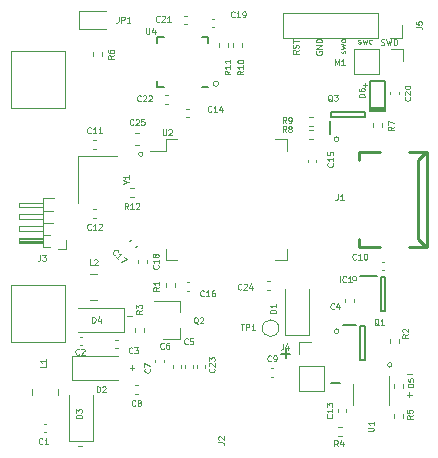
<source format=gbr>
%TF.GenerationSoftware,KiCad,Pcbnew,5.1.9-73d0e3b20d~88~ubuntu20.04.1*%
%TF.CreationDate,2021-02-04T03:58:01+01:00*%
%TF.ProjectId,MorphWatch-STM32,4d6f7270-6857-4617-9463-682d53544d33,rev?*%
%TF.SameCoordinates,Original*%
%TF.FileFunction,Legend,Top*%
%TF.FilePolarity,Positive*%
%FSLAX46Y46*%
G04 Gerber Fmt 4.6, Leading zero omitted, Abs format (unit mm)*
G04 Created by KiCad (PCBNEW 5.1.9-73d0e3b20d~88~ubuntu20.04.1) date 2021-02-04 03:58:01*
%MOMM*%
%LPD*%
G01*
G04 APERTURE LIST*
%ADD10C,0.125000*%
%ADD11C,0.150000*%
%ADD12C,0.120000*%
%ADD13C,0.254000*%
%ADD14C,0.200000*%
%ADD15C,0.152000*%
G04 APERTURE END LIST*
D10*
X147320023Y-74076714D02*
X147700976Y-74076714D01*
X147510500Y-74267190D02*
X147510500Y-73886238D01*
X123190023Y-104655928D02*
X123570976Y-104655928D01*
X127381023Y-93606928D02*
X127761976Y-93606928D01*
X127571523Y-98016214D02*
X127952476Y-98016214D01*
X127762000Y-98206690D02*
X127762000Y-97825738D01*
X151066523Y-100302214D02*
X151447476Y-100302214D01*
X151257000Y-100492690D02*
X151257000Y-100111738D01*
X151066523Y-98587714D02*
X151447476Y-98587714D01*
D11*
X144653047Y-99321928D02*
X145414952Y-99321928D01*
X140398547Y-96845428D02*
X141160452Y-96845428D01*
X140779500Y-97226380D02*
X140779500Y-96464476D01*
D12*
X146812000Y-90487500D02*
G75*
G03*
X146812000Y-90487500I-190500J0D01*
G01*
X145288000Y-94932500D02*
G75*
G03*
X145288000Y-94932500I-190500J0D01*
G01*
X149796500Y-97790000D02*
G75*
G03*
X149796500Y-97790000I-190500J0D01*
G01*
X145298305Y-78676500D02*
G75*
G03*
X145298305Y-78676500I-200805J0D01*
G01*
X135102953Y-73977500D02*
G75*
G03*
X135102953Y-73977500I-228953J0D01*
G01*
X128714500Y-79946500D02*
G75*
G03*
X128714500Y-79946500I-190500J0D01*
G01*
D10*
X148863928Y-70687380D02*
X148935357Y-70711190D01*
X149054404Y-70711190D01*
X149102023Y-70687380D01*
X149125833Y-70663571D01*
X149149642Y-70615952D01*
X149149642Y-70568333D01*
X149125833Y-70520714D01*
X149102023Y-70496904D01*
X149054404Y-70473095D01*
X148959166Y-70449285D01*
X148911547Y-70425476D01*
X148887738Y-70401666D01*
X148863928Y-70354047D01*
X148863928Y-70306428D01*
X148887738Y-70258809D01*
X148911547Y-70235000D01*
X148959166Y-70211190D01*
X149078214Y-70211190D01*
X149149642Y-70235000D01*
X149316309Y-70211190D02*
X149435357Y-70711190D01*
X149530595Y-70354047D01*
X149625833Y-70711190D01*
X149744880Y-70211190D01*
X149935357Y-70711190D02*
X149935357Y-70211190D01*
X150054404Y-70211190D01*
X150125833Y-70235000D01*
X150173452Y-70282619D01*
X150197261Y-70330238D01*
X150221071Y-70425476D01*
X150221071Y-70496904D01*
X150197261Y-70592142D01*
X150173452Y-70639761D01*
X150125833Y-70687380D01*
X150054404Y-70711190D01*
X149935357Y-70711190D01*
X146927166Y-70560380D02*
X146974785Y-70584190D01*
X147070023Y-70584190D01*
X147117642Y-70560380D01*
X147141452Y-70512761D01*
X147141452Y-70488952D01*
X147117642Y-70441333D01*
X147070023Y-70417523D01*
X146998595Y-70417523D01*
X146950976Y-70393714D01*
X146927166Y-70346095D01*
X146927166Y-70322285D01*
X146950976Y-70274666D01*
X146998595Y-70250857D01*
X147070023Y-70250857D01*
X147117642Y-70274666D01*
X147308119Y-70250857D02*
X147403357Y-70584190D01*
X147498595Y-70346095D01*
X147593833Y-70584190D01*
X147689071Y-70250857D01*
X148093833Y-70560380D02*
X148046214Y-70584190D01*
X147950976Y-70584190D01*
X147903357Y-70560380D01*
X147879547Y-70536571D01*
X147855738Y-70488952D01*
X147855738Y-70346095D01*
X147879547Y-70298476D01*
X147903357Y-70274666D01*
X147950976Y-70250857D01*
X148046214Y-70250857D01*
X148093833Y-70274666D01*
X145807880Y-71397738D02*
X145831690Y-71350119D01*
X145831690Y-71254880D01*
X145807880Y-71207261D01*
X145760261Y-71183452D01*
X145736452Y-71183452D01*
X145688833Y-71207261D01*
X145665023Y-71254880D01*
X145665023Y-71326309D01*
X145641214Y-71373928D01*
X145593595Y-71397738D01*
X145569785Y-71397738D01*
X145522166Y-71373928D01*
X145498357Y-71326309D01*
X145498357Y-71254880D01*
X145522166Y-71207261D01*
X145498357Y-71016785D02*
X145831690Y-70921547D01*
X145593595Y-70826309D01*
X145831690Y-70731071D01*
X145498357Y-70635833D01*
X145831690Y-70373928D02*
X145807880Y-70421547D01*
X145784071Y-70445357D01*
X145736452Y-70469166D01*
X145593595Y-70469166D01*
X145545976Y-70445357D01*
X145522166Y-70421547D01*
X145498357Y-70373928D01*
X145498357Y-70302500D01*
X145522166Y-70254880D01*
X145545976Y-70231071D01*
X145593595Y-70207261D01*
X145736452Y-70207261D01*
X145784071Y-70231071D01*
X145807880Y-70254880D01*
X145831690Y-70302500D01*
X145831690Y-70373928D01*
X143387000Y-71246952D02*
X143363190Y-71294571D01*
X143363190Y-71366000D01*
X143387000Y-71437428D01*
X143434619Y-71485047D01*
X143482238Y-71508857D01*
X143577476Y-71532666D01*
X143648904Y-71532666D01*
X143744142Y-71508857D01*
X143791761Y-71485047D01*
X143839380Y-71437428D01*
X143863190Y-71366000D01*
X143863190Y-71318380D01*
X143839380Y-71246952D01*
X143815571Y-71223142D01*
X143648904Y-71223142D01*
X143648904Y-71318380D01*
X143863190Y-71008857D02*
X143363190Y-71008857D01*
X143863190Y-70723142D01*
X143363190Y-70723142D01*
X143863190Y-70485047D02*
X143363190Y-70485047D01*
X143363190Y-70366000D01*
X143387000Y-70294571D01*
X143434619Y-70246952D01*
X143482238Y-70223142D01*
X143577476Y-70199333D01*
X143648904Y-70199333D01*
X143744142Y-70223142D01*
X143791761Y-70246952D01*
X143839380Y-70294571D01*
X143863190Y-70366000D01*
X143863190Y-70485047D01*
X141894690Y-71139809D02*
X141656595Y-71306476D01*
X141894690Y-71425523D02*
X141394690Y-71425523D01*
X141394690Y-71235047D01*
X141418500Y-71187428D01*
X141442309Y-71163619D01*
X141489928Y-71139809D01*
X141561357Y-71139809D01*
X141608976Y-71163619D01*
X141632785Y-71187428D01*
X141656595Y-71235047D01*
X141656595Y-71425523D01*
X141870880Y-70949333D02*
X141894690Y-70877904D01*
X141894690Y-70758857D01*
X141870880Y-70711238D01*
X141847071Y-70687428D01*
X141799452Y-70663619D01*
X141751833Y-70663619D01*
X141704214Y-70687428D01*
X141680404Y-70711238D01*
X141656595Y-70758857D01*
X141632785Y-70854095D01*
X141608976Y-70901714D01*
X141585166Y-70925523D01*
X141537547Y-70949333D01*
X141489928Y-70949333D01*
X141442309Y-70925523D01*
X141418500Y-70901714D01*
X141394690Y-70854095D01*
X141394690Y-70735047D01*
X141418500Y-70663619D01*
X141394690Y-70520761D02*
X141394690Y-70235047D01*
X141894690Y-70377904D02*
X141394690Y-70377904D01*
D12*
%TO.C,C11*%
X124507164Y-79481000D02*
X124722836Y-79481000D01*
X124507164Y-78761000D02*
X124722836Y-78761000D01*
%TO.C,J4*%
X141878500Y-95841000D02*
X142938500Y-95841000D01*
X141878500Y-96901000D02*
X141878500Y-95841000D01*
X141878500Y-97901000D02*
X143998500Y-97901000D01*
X143998500Y-97901000D02*
X143998500Y-99961000D01*
X141878500Y-97901000D02*
X141878500Y-99961000D01*
X141878500Y-99961000D02*
X143998500Y-99961000D01*
%TO.C,C13*%
X145902000Y-101555664D02*
X145902000Y-101771336D01*
X145182000Y-101555664D02*
X145182000Y-101771336D01*
%TO.C,J3*%
X120854000Y-87809000D02*
X120229000Y-87809000D01*
X120229000Y-87809000D02*
X120229000Y-83689000D01*
X120229000Y-83689000D02*
X121144507Y-83689000D01*
X120229000Y-87459000D02*
X118229000Y-87459000D01*
X118229000Y-87459000D02*
X118229000Y-87039000D01*
X118229000Y-87039000D02*
X120229000Y-87039000D01*
X120229000Y-87399000D02*
X118229000Y-87399000D01*
X120229000Y-87279000D02*
X118229000Y-87279000D01*
X120229000Y-87159000D02*
X118229000Y-87159000D01*
X120854000Y-86749000D02*
X120229000Y-86749000D01*
X120229000Y-86459000D02*
X118229000Y-86459000D01*
X118229000Y-86459000D02*
X118229000Y-86039000D01*
X118229000Y-86039000D02*
X120229000Y-86039000D01*
X121070785Y-85749000D02*
X120229000Y-85749000D01*
X120229000Y-85459000D02*
X118229000Y-85459000D01*
X118229000Y-85459000D02*
X118229000Y-85039000D01*
X118229000Y-85039000D02*
X120229000Y-85039000D01*
X121070785Y-84749000D02*
X120229000Y-84749000D01*
X120229000Y-84459000D02*
X118229000Y-84459000D01*
X118229000Y-84459000D02*
X118229000Y-84039000D01*
X118229000Y-84039000D02*
X120229000Y-84039000D01*
X122224000Y-87249000D02*
X122224000Y-87934000D01*
X122224000Y-87934000D02*
X121539000Y-87934000D01*
%TO.C,J5*%
X148606000Y-67964500D02*
X148606000Y-70084500D01*
X148606000Y-67964500D02*
X140546000Y-67964500D01*
X140546000Y-67964500D02*
X140546000Y-70084500D01*
X148606000Y-70084500D02*
X140546000Y-70084500D01*
X150666000Y-70084500D02*
X149606000Y-70084500D01*
X150666000Y-69024500D02*
X150666000Y-70084500D01*
%TO.C,C22*%
X130790836Y-75671000D02*
X130575164Y-75671000D01*
X130790836Y-74951000D02*
X130575164Y-74951000D01*
%TO.C,C21*%
X132198164Y-68220000D02*
X132413836Y-68220000D01*
X132198164Y-68940000D02*
X132413836Y-68940000D01*
%TO.C,C8*%
X128250836Y-100245500D02*
X128035164Y-100245500D01*
X128250836Y-99525500D02*
X128035164Y-99525500D01*
%TO.C,R12*%
X127913641Y-83565000D02*
X127606359Y-83565000D01*
X127913641Y-82805000D02*
X127606359Y-82805000D01*
%TO.C,C23*%
X133244000Y-97809164D02*
X133244000Y-98024836D01*
X133964000Y-97809164D02*
X133964000Y-98024836D01*
%TO.C,C19*%
X134512164Y-69194000D02*
X134727836Y-69194000D01*
X134512164Y-68474000D02*
X134727836Y-68474000D01*
%TO.C,C18*%
X128291000Y-88919164D02*
X128291000Y-89134836D01*
X129011000Y-88919164D02*
X129011000Y-89134836D01*
%TO.C,C17*%
X127710693Y-87172190D02*
X127558190Y-87324693D01*
X128219810Y-87681307D02*
X128067307Y-87833810D01*
%TO.C,C16*%
X132632336Y-90800600D02*
X132416664Y-90800600D01*
X132632336Y-91520600D02*
X132416664Y-91520600D01*
%TO.C,C15*%
X142642000Y-80410164D02*
X142642000Y-80625836D01*
X143362000Y-80410164D02*
X143362000Y-80625836D01*
%TO.C,C14*%
X132381164Y-76814000D02*
X132596836Y-76814000D01*
X132381164Y-76094000D02*
X132596836Y-76094000D01*
%TO.C,C12*%
X124722836Y-84603000D02*
X124507164Y-84603000D01*
X124722836Y-85323000D02*
X124507164Y-85323000D01*
%TO.C,C10*%
X149142336Y-89048000D02*
X148926664Y-89048000D01*
X149142336Y-89768000D02*
X148926664Y-89768000D01*
%TO.C,C9*%
X139528664Y-98785000D02*
X139744336Y-98785000D01*
X139528664Y-98065000D02*
X139744336Y-98065000D01*
%TO.C,C7*%
X130471500Y-97580336D02*
X130471500Y-97364664D01*
X129751500Y-97580336D02*
X129751500Y-97364664D01*
%TO.C,C6*%
X131932000Y-98024836D02*
X131932000Y-97809164D01*
X131212000Y-98024836D02*
X131212000Y-97809164D01*
%TO.C,C5*%
X132948000Y-98024836D02*
X132948000Y-97809164D01*
X132228000Y-98024836D02*
X132228000Y-97809164D01*
%TO.C,C4*%
X146537000Y-92436836D02*
X146537000Y-92221164D01*
X145817000Y-92436836D02*
X145817000Y-92221164D01*
%TO.C,C3*%
X126356164Y-96372000D02*
X126571836Y-96372000D01*
X126356164Y-95652000D02*
X126571836Y-95652000D01*
%TO.C,C2*%
X123551836Y-95398000D02*
X123336164Y-95398000D01*
X123551836Y-96118000D02*
X123336164Y-96118000D01*
%TO.C,C1*%
X120288164Y-103484000D02*
X120503836Y-103484000D01*
X120288164Y-102764000D02*
X120503836Y-102764000D01*
D13*
%TO.C,J1*%
X151217000Y-79790000D02*
X152720000Y-79790000D01*
X146970000Y-79790000D02*
X148747000Y-79790000D01*
X151217000Y-87790000D02*
X152699000Y-87790000D01*
X146970000Y-87790000D02*
X148747000Y-87790000D01*
X146970000Y-87134000D02*
X146970000Y-87790000D01*
X146970000Y-79790000D02*
X146970000Y-80446000D01*
X152600000Y-87760000D02*
X152010000Y-87170000D01*
X152699000Y-87760000D02*
X152600000Y-87760000D01*
X152600000Y-79810000D02*
X152010000Y-80400000D01*
X152720000Y-79810000D02*
X152600000Y-79810000D01*
X152010000Y-80400000D02*
X152010000Y-87170000D01*
X152720000Y-79790000D02*
X152720000Y-87790000D01*
D11*
%TO.C,D6*%
X149225000Y-76200000D02*
X149225000Y-76327000D01*
X149225000Y-76327000D02*
X147955000Y-76327000D01*
X147955000Y-76327000D02*
X147955000Y-76200000D01*
X149225000Y-76073000D02*
X149225000Y-76200000D01*
X149225000Y-76200000D02*
X147955000Y-76200000D01*
X147955000Y-76200000D02*
X147955000Y-76073000D01*
X147955000Y-76073000D02*
X147955000Y-73787000D01*
X147955000Y-73787000D02*
X149225000Y-73787000D01*
X149225000Y-73787000D02*
X149225000Y-76073000D01*
X149225000Y-76073000D02*
X147955000Y-76073000D01*
D12*
%TO.C,Y1*%
X123230000Y-80085000D02*
X123230000Y-84085000D01*
X126530000Y-80085000D02*
X123230000Y-80085000D01*
D11*
%TO.C,U4*%
X129930000Y-74286000D02*
X130455000Y-74286000D01*
X129930000Y-69986000D02*
X130455000Y-69986000D01*
X134230000Y-69986000D02*
X133705000Y-69986000D01*
X134230000Y-74286000D02*
X133705000Y-74286000D01*
X129930000Y-69986000D02*
X129930000Y-70511000D01*
X134230000Y-69986000D02*
X134230000Y-70511000D01*
X129930000Y-74286000D02*
X129930000Y-73761000D01*
D12*
%TO.C,U2*%
X130639600Y-79649200D02*
X129299600Y-79649200D01*
X130639600Y-78699200D02*
X130639600Y-79649200D01*
X131589600Y-78699200D02*
X130639600Y-78699200D01*
X140859600Y-78699200D02*
X140859600Y-79649200D01*
X139909600Y-78699200D02*
X140859600Y-78699200D01*
X130639600Y-88919200D02*
X130639600Y-87969200D01*
X131589600Y-88919200D02*
X130639600Y-88919200D01*
X140859600Y-88919200D02*
X140859600Y-87969200D01*
X139909600Y-88919200D02*
X140859600Y-88919200D01*
%TO.C,U1*%
X149528500Y-101146500D02*
X149528500Y-98716500D01*
X146458500Y-99386500D02*
X146458500Y-101146500D01*
%TO.C,TP1*%
X140209500Y-94678500D02*
G75*
G03*
X140209500Y-94678500I-700000J0D01*
G01*
%TO.C,S2*%
X122146000Y-76050000D02*
X117546000Y-76050000D01*
X117546000Y-76050000D02*
X117546000Y-71250000D01*
X117546000Y-71250000D02*
X122146000Y-71250000D01*
X122146000Y-71250000D02*
X122146000Y-76050000D01*
%TO.C,S1*%
X122146000Y-95862000D02*
X117546000Y-95862000D01*
X117546000Y-95862000D02*
X117546000Y-91062000D01*
X117546000Y-91062000D02*
X122146000Y-91062000D01*
X122146000Y-91062000D02*
X122146000Y-95862000D01*
%TO.C,R11*%
X135889000Y-70869121D02*
X135889000Y-70533879D01*
X135129000Y-70869121D02*
X135129000Y-70533879D01*
%TO.C,R10*%
X137095500Y-70843121D02*
X137095500Y-70507879D01*
X136335500Y-70843121D02*
X136335500Y-70507879D01*
%TO.C,R9*%
X142796879Y-77596000D02*
X143132121Y-77596000D01*
X142796879Y-76836000D02*
X143132121Y-76836000D01*
%TO.C,R8*%
X143132121Y-77915500D02*
X142796879Y-77915500D01*
X143132121Y-78675500D02*
X142796879Y-78675500D01*
%TO.C,R7*%
X148210000Y-77302379D02*
X148210000Y-77637621D01*
X148970000Y-77302379D02*
X148970000Y-77637621D01*
%TO.C,R6*%
X124461000Y-71333379D02*
X124461000Y-71668621D01*
X125221000Y-71333379D02*
X125221000Y-71668621D01*
%TO.C,R5*%
X150748000Y-102275621D02*
X150748000Y-101940379D01*
X149988000Y-102275621D02*
X149988000Y-101940379D01*
%TO.C,R4*%
X145519121Y-103061500D02*
X145183879Y-103061500D01*
X145519121Y-103821500D02*
X145183879Y-103821500D01*
%TO.C,R3*%
X128017000Y-94637879D02*
X128017000Y-94973121D01*
X128777000Y-94637879D02*
X128777000Y-94973121D01*
%TO.C,R2*%
X150367000Y-95925621D02*
X150367000Y-95590379D01*
X149607000Y-95925621D02*
X149607000Y-95590379D01*
%TO.C,R1*%
X130620500Y-90891379D02*
X130620500Y-91226621D01*
X131380500Y-90891379D02*
X131380500Y-91226621D01*
D14*
%TO.C,Q3*%
X144600000Y-76781000D02*
X144600000Y-76381000D01*
X144600000Y-76381000D02*
X147500000Y-76381000D01*
X147500000Y-76381000D02*
X147500000Y-76781000D01*
X147500000Y-76781000D02*
X144600000Y-76781000D01*
X144550000Y-78231000D02*
X144550000Y-77131000D01*
D12*
%TO.C,Q2*%
X131824000Y-95560000D02*
X130364000Y-95560000D01*
X131824000Y-92400000D02*
X129664000Y-92400000D01*
X131824000Y-92400000D02*
X131824000Y-93330000D01*
X131824000Y-95560000D02*
X131824000Y-94630000D01*
D14*
%TO.C,Q1*%
X147120000Y-94498500D02*
X147520000Y-94498500D01*
X147520000Y-94498500D02*
X147520000Y-97398500D01*
X147520000Y-97398500D02*
X147120000Y-97398500D01*
X147120000Y-97398500D02*
X147120000Y-94498500D01*
X145670000Y-94448500D02*
X146770000Y-94448500D01*
D12*
%TO.C,M1*%
X146609500Y-71012500D02*
X146609500Y-73132500D01*
X148669500Y-71012500D02*
X146609500Y-71012500D01*
X148669500Y-73132500D02*
X146609500Y-73132500D01*
X148669500Y-71012500D02*
X148669500Y-73132500D01*
X149669500Y-71012500D02*
X150729500Y-71012500D01*
X150729500Y-71012500D02*
X150729500Y-72072500D01*
%TO.C,L2*%
X124257748Y-92296000D02*
X124780252Y-92296000D01*
X124257748Y-90076000D02*
X124780252Y-90076000D01*
%TO.C,L1*%
X121506000Y-100337252D02*
X121506000Y-99814748D01*
X119286000Y-100337252D02*
X119286000Y-99814748D01*
%TO.C,JP1*%
X123254500Y-69315000D02*
X125539500Y-69315000D01*
X123254500Y-67845000D02*
X123254500Y-69315000D01*
X125539500Y-67845000D02*
X123254500Y-67845000D01*
D14*
%TO.C,IC1*%
X148834500Y-90307500D02*
X149234500Y-90307500D01*
X149234500Y-90307500D02*
X149234500Y-93207500D01*
X149234500Y-93207500D02*
X148834500Y-93207500D01*
X148834500Y-93207500D02*
X148834500Y-90307500D01*
X147084500Y-90257500D02*
X148484500Y-90257500D01*
D12*
%TO.C,D5*%
X149988000Y-99400379D02*
X149988000Y-99735621D01*
X150748000Y-99400379D02*
X150748000Y-99735621D01*
%TO.C,D4*%
X127092000Y-94980000D02*
X123192000Y-94980000D01*
X127092000Y-92980000D02*
X123192000Y-92980000D01*
X127092000Y-94980000D02*
X127092000Y-92980000D01*
%TO.C,D3*%
X122444000Y-104232000D02*
X122444000Y-100332000D01*
X124444000Y-104232000D02*
X124444000Y-100332000D01*
X122444000Y-104232000D02*
X124444000Y-104232000D01*
%TO.C,D2*%
X122718000Y-97044000D02*
X126618000Y-97044000D01*
X122718000Y-99044000D02*
X126618000Y-99044000D01*
X122718000Y-97044000D02*
X122718000Y-99044000D01*
%TO.C,D1*%
X140732000Y-95277500D02*
X140732000Y-91377500D01*
X142732000Y-95277500D02*
X142732000Y-91377500D01*
X140732000Y-95277500D02*
X142732000Y-95277500D01*
%TO.C,C24*%
X139426836Y-90724400D02*
X139211164Y-90724400D01*
X139426836Y-91444400D02*
X139211164Y-91444400D01*
%TO.C,C25*%
X128065920Y-79186500D02*
X128347080Y-79186500D01*
X128065920Y-78166500D02*
X128347080Y-78166500D01*
%TO.C,C20*%
X150347000Y-74882836D02*
X150347000Y-74667164D01*
X149627000Y-74882836D02*
X149627000Y-74667164D01*
%TO.C,C11*%
D10*
X124293571Y-78139571D02*
X124269761Y-78163380D01*
X124198333Y-78187190D01*
X124150714Y-78187190D01*
X124079285Y-78163380D01*
X124031666Y-78115761D01*
X124007857Y-78068142D01*
X123984047Y-77972904D01*
X123984047Y-77901476D01*
X124007857Y-77806238D01*
X124031666Y-77758619D01*
X124079285Y-77711000D01*
X124150714Y-77687190D01*
X124198333Y-77687190D01*
X124269761Y-77711000D01*
X124293571Y-77734809D01*
X124769761Y-78187190D02*
X124484047Y-78187190D01*
X124626904Y-78187190D02*
X124626904Y-77687190D01*
X124579285Y-77758619D01*
X124531666Y-77806238D01*
X124484047Y-77830047D01*
X125245952Y-78187190D02*
X124960238Y-78187190D01*
X125103095Y-78187190D02*
X125103095Y-77687190D01*
X125055476Y-77758619D01*
X125007857Y-77806238D01*
X124960238Y-77830047D01*
D11*
%TO.C,J4*%
D10*
X140549333Y-95992190D02*
X140549333Y-96349333D01*
X140525523Y-96420761D01*
X140477904Y-96468380D01*
X140406476Y-96492190D01*
X140358857Y-96492190D01*
X141001714Y-96158857D02*
X141001714Y-96492190D01*
X140882666Y-95968380D02*
X140763619Y-96325523D01*
X141073142Y-96325523D01*
D11*
%TO.C,C13*%
D10*
X144704571Y-101984928D02*
X144728380Y-102008738D01*
X144752190Y-102080166D01*
X144752190Y-102127785D01*
X144728380Y-102199214D01*
X144680761Y-102246833D01*
X144633142Y-102270642D01*
X144537904Y-102294452D01*
X144466476Y-102294452D01*
X144371238Y-102270642D01*
X144323619Y-102246833D01*
X144276000Y-102199214D01*
X144252190Y-102127785D01*
X144252190Y-102080166D01*
X144276000Y-102008738D01*
X144299809Y-101984928D01*
X144752190Y-101508738D02*
X144752190Y-101794452D01*
X144752190Y-101651595D02*
X144252190Y-101651595D01*
X144323619Y-101699214D01*
X144371238Y-101746833D01*
X144395047Y-101794452D01*
X144252190Y-101342071D02*
X144252190Y-101032547D01*
X144442666Y-101199214D01*
X144442666Y-101127785D01*
X144466476Y-101080166D01*
X144490285Y-101056357D01*
X144537904Y-101032547D01*
X144656952Y-101032547D01*
X144704571Y-101056357D01*
X144728380Y-101080166D01*
X144752190Y-101127785D01*
X144752190Y-101270642D01*
X144728380Y-101318261D01*
X144704571Y-101342071D01*
D11*
%TO.C,J3*%
D10*
X119997333Y-88475190D02*
X119997333Y-88832333D01*
X119973523Y-88903761D01*
X119925904Y-88951380D01*
X119854476Y-88975190D01*
X119806857Y-88975190D01*
X120187809Y-88475190D02*
X120497333Y-88475190D01*
X120330666Y-88665666D01*
X120402095Y-88665666D01*
X120449714Y-88689476D01*
X120473523Y-88713285D01*
X120497333Y-88760904D01*
X120497333Y-88879952D01*
X120473523Y-88927571D01*
X120449714Y-88951380D01*
X120402095Y-88975190D01*
X120259238Y-88975190D01*
X120211619Y-88951380D01*
X120187809Y-88927571D01*
D11*
%TO.C,J5*%
D10*
X151832190Y-69191166D02*
X152189333Y-69191166D01*
X152260761Y-69214976D01*
X152308380Y-69262595D01*
X152332190Y-69334023D01*
X152332190Y-69381642D01*
X151832190Y-68714976D02*
X151832190Y-68953071D01*
X152070285Y-68976880D01*
X152046476Y-68953071D01*
X152022666Y-68905452D01*
X152022666Y-68786404D01*
X152046476Y-68738785D01*
X152070285Y-68714976D01*
X152117904Y-68691166D01*
X152236952Y-68691166D01*
X152284571Y-68714976D01*
X152308380Y-68738785D01*
X152332190Y-68786404D01*
X152332190Y-68905452D01*
X152308380Y-68953071D01*
X152284571Y-68976880D01*
D11*
%TO.C,C22*%
D10*
X128520071Y-75426071D02*
X128496261Y-75449880D01*
X128424833Y-75473690D01*
X128377214Y-75473690D01*
X128305785Y-75449880D01*
X128258166Y-75402261D01*
X128234357Y-75354642D01*
X128210547Y-75259404D01*
X128210547Y-75187976D01*
X128234357Y-75092738D01*
X128258166Y-75045119D01*
X128305785Y-74997500D01*
X128377214Y-74973690D01*
X128424833Y-74973690D01*
X128496261Y-74997500D01*
X128520071Y-75021309D01*
X128710547Y-75021309D02*
X128734357Y-74997500D01*
X128781976Y-74973690D01*
X128901023Y-74973690D01*
X128948642Y-74997500D01*
X128972452Y-75021309D01*
X128996261Y-75068928D01*
X128996261Y-75116547D01*
X128972452Y-75187976D01*
X128686738Y-75473690D01*
X128996261Y-75473690D01*
X129186738Y-75021309D02*
X129210547Y-74997500D01*
X129258166Y-74973690D01*
X129377214Y-74973690D01*
X129424833Y-74997500D01*
X129448642Y-75021309D01*
X129472452Y-75068928D01*
X129472452Y-75116547D01*
X129448642Y-75187976D01*
X129162928Y-75473690D01*
X129472452Y-75473690D01*
D11*
%TO.C,C21*%
D10*
X130107571Y-68695071D02*
X130083761Y-68718880D01*
X130012333Y-68742690D01*
X129964714Y-68742690D01*
X129893285Y-68718880D01*
X129845666Y-68671261D01*
X129821857Y-68623642D01*
X129798047Y-68528404D01*
X129798047Y-68456976D01*
X129821857Y-68361738D01*
X129845666Y-68314119D01*
X129893285Y-68266500D01*
X129964714Y-68242690D01*
X130012333Y-68242690D01*
X130083761Y-68266500D01*
X130107571Y-68290309D01*
X130298047Y-68290309D02*
X130321857Y-68266500D01*
X130369476Y-68242690D01*
X130488523Y-68242690D01*
X130536142Y-68266500D01*
X130559952Y-68290309D01*
X130583761Y-68337928D01*
X130583761Y-68385547D01*
X130559952Y-68456976D01*
X130274238Y-68742690D01*
X130583761Y-68742690D01*
X131059952Y-68742690D02*
X130774238Y-68742690D01*
X130917095Y-68742690D02*
X130917095Y-68242690D01*
X130869476Y-68314119D01*
X130821857Y-68361738D01*
X130774238Y-68385547D01*
D11*
%TO.C,C8*%
D10*
X128059666Y-101224071D02*
X128035857Y-101247880D01*
X127964428Y-101271690D01*
X127916809Y-101271690D01*
X127845380Y-101247880D01*
X127797761Y-101200261D01*
X127773952Y-101152642D01*
X127750142Y-101057404D01*
X127750142Y-100985976D01*
X127773952Y-100890738D01*
X127797761Y-100843119D01*
X127845380Y-100795500D01*
X127916809Y-100771690D01*
X127964428Y-100771690D01*
X128035857Y-100795500D01*
X128059666Y-100819309D01*
X128345380Y-100985976D02*
X128297761Y-100962166D01*
X128273952Y-100938357D01*
X128250142Y-100890738D01*
X128250142Y-100866928D01*
X128273952Y-100819309D01*
X128297761Y-100795500D01*
X128345380Y-100771690D01*
X128440619Y-100771690D01*
X128488238Y-100795500D01*
X128512047Y-100819309D01*
X128535857Y-100866928D01*
X128535857Y-100890738D01*
X128512047Y-100938357D01*
X128488238Y-100962166D01*
X128440619Y-100985976D01*
X128345380Y-100985976D01*
X128297761Y-101009785D01*
X128273952Y-101033595D01*
X128250142Y-101081214D01*
X128250142Y-101176452D01*
X128273952Y-101224071D01*
X128297761Y-101247880D01*
X128345380Y-101271690D01*
X128440619Y-101271690D01*
X128488238Y-101247880D01*
X128512047Y-101224071D01*
X128535857Y-101176452D01*
X128535857Y-101081214D01*
X128512047Y-101033595D01*
X128488238Y-101009785D01*
X128440619Y-100985976D01*
D11*
%TO.C,R12*%
D10*
X127438571Y-84581190D02*
X127271904Y-84343095D01*
X127152857Y-84581190D02*
X127152857Y-84081190D01*
X127343333Y-84081190D01*
X127390952Y-84105000D01*
X127414761Y-84128809D01*
X127438571Y-84176428D01*
X127438571Y-84247857D01*
X127414761Y-84295476D01*
X127390952Y-84319285D01*
X127343333Y-84343095D01*
X127152857Y-84343095D01*
X127914761Y-84581190D02*
X127629047Y-84581190D01*
X127771904Y-84581190D02*
X127771904Y-84081190D01*
X127724285Y-84152619D01*
X127676666Y-84200238D01*
X127629047Y-84224047D01*
X128105238Y-84128809D02*
X128129047Y-84105000D01*
X128176666Y-84081190D01*
X128295714Y-84081190D01*
X128343333Y-84105000D01*
X128367142Y-84128809D01*
X128390952Y-84176428D01*
X128390952Y-84224047D01*
X128367142Y-84295476D01*
X128081428Y-84581190D01*
X128390952Y-84581190D01*
D11*
%TO.C,C23*%
D10*
X134735071Y-98111428D02*
X134758880Y-98135238D01*
X134782690Y-98206666D01*
X134782690Y-98254285D01*
X134758880Y-98325714D01*
X134711261Y-98373333D01*
X134663642Y-98397142D01*
X134568404Y-98420952D01*
X134496976Y-98420952D01*
X134401738Y-98397142D01*
X134354119Y-98373333D01*
X134306500Y-98325714D01*
X134282690Y-98254285D01*
X134282690Y-98206666D01*
X134306500Y-98135238D01*
X134330309Y-98111428D01*
X134330309Y-97920952D02*
X134306500Y-97897142D01*
X134282690Y-97849523D01*
X134282690Y-97730476D01*
X134306500Y-97682857D01*
X134330309Y-97659047D01*
X134377928Y-97635238D01*
X134425547Y-97635238D01*
X134496976Y-97659047D01*
X134782690Y-97944761D01*
X134782690Y-97635238D01*
X134282690Y-97468571D02*
X134282690Y-97159047D01*
X134473166Y-97325714D01*
X134473166Y-97254285D01*
X134496976Y-97206666D01*
X134520785Y-97182857D01*
X134568404Y-97159047D01*
X134687452Y-97159047D01*
X134735071Y-97182857D01*
X134758880Y-97206666D01*
X134782690Y-97254285D01*
X134782690Y-97397142D01*
X134758880Y-97444761D01*
X134735071Y-97468571D01*
D11*
%TO.C,C19*%
D10*
X136457571Y-68314071D02*
X136433761Y-68337880D01*
X136362333Y-68361690D01*
X136314714Y-68361690D01*
X136243285Y-68337880D01*
X136195666Y-68290261D01*
X136171857Y-68242642D01*
X136148047Y-68147404D01*
X136148047Y-68075976D01*
X136171857Y-67980738D01*
X136195666Y-67933119D01*
X136243285Y-67885500D01*
X136314714Y-67861690D01*
X136362333Y-67861690D01*
X136433761Y-67885500D01*
X136457571Y-67909309D01*
X136933761Y-68361690D02*
X136648047Y-68361690D01*
X136790904Y-68361690D02*
X136790904Y-67861690D01*
X136743285Y-67933119D01*
X136695666Y-67980738D01*
X136648047Y-68004547D01*
X137171857Y-68361690D02*
X137267095Y-68361690D01*
X137314714Y-68337880D01*
X137338523Y-68314071D01*
X137386142Y-68242642D01*
X137409952Y-68147404D01*
X137409952Y-67956928D01*
X137386142Y-67909309D01*
X137362333Y-67885500D01*
X137314714Y-67861690D01*
X137219476Y-67861690D01*
X137171857Y-67885500D01*
X137148047Y-67909309D01*
X137124238Y-67956928D01*
X137124238Y-68075976D01*
X137148047Y-68123595D01*
X137171857Y-68147404D01*
X137219476Y-68171214D01*
X137314714Y-68171214D01*
X137362333Y-68147404D01*
X137386142Y-68123595D01*
X137409952Y-68075976D01*
D11*
%TO.C,C18*%
D10*
X129989571Y-89348428D02*
X130013380Y-89372238D01*
X130037190Y-89443666D01*
X130037190Y-89491285D01*
X130013380Y-89562714D01*
X129965761Y-89610333D01*
X129918142Y-89634142D01*
X129822904Y-89657952D01*
X129751476Y-89657952D01*
X129656238Y-89634142D01*
X129608619Y-89610333D01*
X129561000Y-89562714D01*
X129537190Y-89491285D01*
X129537190Y-89443666D01*
X129561000Y-89372238D01*
X129584809Y-89348428D01*
X130037190Y-88872238D02*
X130037190Y-89157952D01*
X130037190Y-89015095D02*
X129537190Y-89015095D01*
X129608619Y-89062714D01*
X129656238Y-89110333D01*
X129680047Y-89157952D01*
X129751476Y-88586523D02*
X129727666Y-88634142D01*
X129703857Y-88657952D01*
X129656238Y-88681761D01*
X129632428Y-88681761D01*
X129584809Y-88657952D01*
X129561000Y-88634142D01*
X129537190Y-88586523D01*
X129537190Y-88491285D01*
X129561000Y-88443666D01*
X129584809Y-88419857D01*
X129632428Y-88396047D01*
X129656238Y-88396047D01*
X129703857Y-88419857D01*
X129727666Y-88443666D01*
X129751476Y-88491285D01*
X129751476Y-88586523D01*
X129775285Y-88634142D01*
X129799095Y-88657952D01*
X129846714Y-88681761D01*
X129941952Y-88681761D01*
X129989571Y-88657952D01*
X130013380Y-88634142D01*
X130037190Y-88586523D01*
X130037190Y-88491285D01*
X130013380Y-88443666D01*
X129989571Y-88419857D01*
X129941952Y-88396047D01*
X129846714Y-88396047D01*
X129799095Y-88419857D01*
X129775285Y-88443666D01*
X129751476Y-88491285D01*
D11*
%TO.C,C17*%
D10*
X126328946Y-88481484D02*
X126295274Y-88481484D01*
X126227931Y-88447812D01*
X126194259Y-88414141D01*
X126160587Y-88346797D01*
X126160587Y-88279454D01*
X126177423Y-88228946D01*
X126227931Y-88144767D01*
X126278438Y-88094259D01*
X126362618Y-88043751D01*
X126413125Y-88026916D01*
X126480469Y-88026916D01*
X126547812Y-88060587D01*
X126581484Y-88094259D01*
X126615156Y-88161603D01*
X126615156Y-88195274D01*
X126631992Y-88851874D02*
X126429961Y-88649843D01*
X126530977Y-88750858D02*
X126884530Y-88397305D01*
X126800351Y-88414141D01*
X126733007Y-88414141D01*
X126682500Y-88397305D01*
X127103396Y-88616171D02*
X127339099Y-88851874D01*
X126834022Y-89053904D01*
D11*
%TO.C,C16*%
D10*
X133854071Y-91936071D02*
X133830261Y-91959880D01*
X133758833Y-91983690D01*
X133711214Y-91983690D01*
X133639785Y-91959880D01*
X133592166Y-91912261D01*
X133568357Y-91864642D01*
X133544547Y-91769404D01*
X133544547Y-91697976D01*
X133568357Y-91602738D01*
X133592166Y-91555119D01*
X133639785Y-91507500D01*
X133711214Y-91483690D01*
X133758833Y-91483690D01*
X133830261Y-91507500D01*
X133854071Y-91531309D01*
X134330261Y-91983690D02*
X134044547Y-91983690D01*
X134187404Y-91983690D02*
X134187404Y-91483690D01*
X134139785Y-91555119D01*
X134092166Y-91602738D01*
X134044547Y-91626547D01*
X134758833Y-91483690D02*
X134663595Y-91483690D01*
X134615976Y-91507500D01*
X134592166Y-91531309D01*
X134544547Y-91602738D01*
X134520738Y-91697976D01*
X134520738Y-91888452D01*
X134544547Y-91936071D01*
X134568357Y-91959880D01*
X134615976Y-91983690D01*
X134711214Y-91983690D01*
X134758833Y-91959880D01*
X134782642Y-91936071D01*
X134806452Y-91888452D01*
X134806452Y-91769404D01*
X134782642Y-91721785D01*
X134758833Y-91697976D01*
X134711214Y-91674166D01*
X134615976Y-91674166D01*
X134568357Y-91697976D01*
X134544547Y-91721785D01*
X134520738Y-91769404D01*
D11*
%TO.C,C15*%
D10*
X144768071Y-80712428D02*
X144791880Y-80736238D01*
X144815690Y-80807666D01*
X144815690Y-80855285D01*
X144791880Y-80926714D01*
X144744261Y-80974333D01*
X144696642Y-80998142D01*
X144601404Y-81021952D01*
X144529976Y-81021952D01*
X144434738Y-80998142D01*
X144387119Y-80974333D01*
X144339500Y-80926714D01*
X144315690Y-80855285D01*
X144315690Y-80807666D01*
X144339500Y-80736238D01*
X144363309Y-80712428D01*
X144815690Y-80236238D02*
X144815690Y-80521952D01*
X144815690Y-80379095D02*
X144315690Y-80379095D01*
X144387119Y-80426714D01*
X144434738Y-80474333D01*
X144458547Y-80521952D01*
X144315690Y-79783857D02*
X144315690Y-80021952D01*
X144553785Y-80045761D01*
X144529976Y-80021952D01*
X144506166Y-79974333D01*
X144506166Y-79855285D01*
X144529976Y-79807666D01*
X144553785Y-79783857D01*
X144601404Y-79760047D01*
X144720452Y-79760047D01*
X144768071Y-79783857D01*
X144791880Y-79807666D01*
X144815690Y-79855285D01*
X144815690Y-79974333D01*
X144791880Y-80021952D01*
X144768071Y-80045761D01*
D11*
%TO.C,C14*%
D10*
X134489071Y-76315071D02*
X134465261Y-76338880D01*
X134393833Y-76362690D01*
X134346214Y-76362690D01*
X134274785Y-76338880D01*
X134227166Y-76291261D01*
X134203357Y-76243642D01*
X134179547Y-76148404D01*
X134179547Y-76076976D01*
X134203357Y-75981738D01*
X134227166Y-75934119D01*
X134274785Y-75886500D01*
X134346214Y-75862690D01*
X134393833Y-75862690D01*
X134465261Y-75886500D01*
X134489071Y-75910309D01*
X134965261Y-76362690D02*
X134679547Y-76362690D01*
X134822404Y-76362690D02*
X134822404Y-75862690D01*
X134774785Y-75934119D01*
X134727166Y-75981738D01*
X134679547Y-76005547D01*
X135393833Y-76029357D02*
X135393833Y-76362690D01*
X135274785Y-75838880D02*
X135155738Y-76196023D01*
X135465261Y-76196023D01*
D11*
%TO.C,C12*%
D10*
X124293571Y-86301571D02*
X124269761Y-86325380D01*
X124198333Y-86349190D01*
X124150714Y-86349190D01*
X124079285Y-86325380D01*
X124031666Y-86277761D01*
X124007857Y-86230142D01*
X123984047Y-86134904D01*
X123984047Y-86063476D01*
X124007857Y-85968238D01*
X124031666Y-85920619D01*
X124079285Y-85873000D01*
X124150714Y-85849190D01*
X124198333Y-85849190D01*
X124269761Y-85873000D01*
X124293571Y-85896809D01*
X124769761Y-86349190D02*
X124484047Y-86349190D01*
X124626904Y-86349190D02*
X124626904Y-85849190D01*
X124579285Y-85920619D01*
X124531666Y-85968238D01*
X124484047Y-85992047D01*
X124960238Y-85896809D02*
X124984047Y-85873000D01*
X125031666Y-85849190D01*
X125150714Y-85849190D01*
X125198333Y-85873000D01*
X125222142Y-85896809D01*
X125245952Y-85944428D01*
X125245952Y-85992047D01*
X125222142Y-86063476D01*
X124936428Y-86349190D01*
X125245952Y-86349190D01*
D11*
%TO.C,C10*%
D10*
X146744571Y-88824571D02*
X146720761Y-88848380D01*
X146649333Y-88872190D01*
X146601714Y-88872190D01*
X146530285Y-88848380D01*
X146482666Y-88800761D01*
X146458857Y-88753142D01*
X146435047Y-88657904D01*
X146435047Y-88586476D01*
X146458857Y-88491238D01*
X146482666Y-88443619D01*
X146530285Y-88396000D01*
X146601714Y-88372190D01*
X146649333Y-88372190D01*
X146720761Y-88396000D01*
X146744571Y-88419809D01*
X147220761Y-88872190D02*
X146935047Y-88872190D01*
X147077904Y-88872190D02*
X147077904Y-88372190D01*
X147030285Y-88443619D01*
X146982666Y-88491238D01*
X146935047Y-88515047D01*
X147530285Y-88372190D02*
X147577904Y-88372190D01*
X147625523Y-88396000D01*
X147649333Y-88419809D01*
X147673142Y-88467428D01*
X147696952Y-88562666D01*
X147696952Y-88681714D01*
X147673142Y-88776952D01*
X147649333Y-88824571D01*
X147625523Y-88848380D01*
X147577904Y-88872190D01*
X147530285Y-88872190D01*
X147482666Y-88848380D01*
X147458857Y-88824571D01*
X147435047Y-88776952D01*
X147411238Y-88681714D01*
X147411238Y-88562666D01*
X147435047Y-88467428D01*
X147458857Y-88419809D01*
X147482666Y-88396000D01*
X147530285Y-88372190D01*
D11*
%TO.C,C9*%
D10*
X139553166Y-97443571D02*
X139529357Y-97467380D01*
X139457928Y-97491190D01*
X139410309Y-97491190D01*
X139338880Y-97467380D01*
X139291261Y-97419761D01*
X139267452Y-97372142D01*
X139243642Y-97276904D01*
X139243642Y-97205476D01*
X139267452Y-97110238D01*
X139291261Y-97062619D01*
X139338880Y-97015000D01*
X139410309Y-96991190D01*
X139457928Y-96991190D01*
X139529357Y-97015000D01*
X139553166Y-97038809D01*
X139791261Y-97491190D02*
X139886500Y-97491190D01*
X139934119Y-97467380D01*
X139957928Y-97443571D01*
X140005547Y-97372142D01*
X140029357Y-97276904D01*
X140029357Y-97086428D01*
X140005547Y-97038809D01*
X139981738Y-97015000D01*
X139934119Y-96991190D01*
X139838880Y-96991190D01*
X139791261Y-97015000D01*
X139767452Y-97038809D01*
X139743642Y-97086428D01*
X139743642Y-97205476D01*
X139767452Y-97253095D01*
X139791261Y-97276904D01*
X139838880Y-97300714D01*
X139934119Y-97300714D01*
X139981738Y-97276904D01*
X140005547Y-97253095D01*
X140029357Y-97205476D01*
D11*
%TO.C,C7*%
D10*
X129274071Y-98127333D02*
X129297880Y-98151142D01*
X129321690Y-98222571D01*
X129321690Y-98270190D01*
X129297880Y-98341619D01*
X129250261Y-98389238D01*
X129202642Y-98413047D01*
X129107404Y-98436857D01*
X129035976Y-98436857D01*
X128940738Y-98413047D01*
X128893119Y-98389238D01*
X128845500Y-98341619D01*
X128821690Y-98270190D01*
X128821690Y-98222571D01*
X128845500Y-98151142D01*
X128869309Y-98127333D01*
X128821690Y-97960666D02*
X128821690Y-97627333D01*
X129321690Y-97841619D01*
D11*
%TO.C,C6*%
D10*
X130472666Y-96381071D02*
X130448857Y-96404880D01*
X130377428Y-96428690D01*
X130329809Y-96428690D01*
X130258380Y-96404880D01*
X130210761Y-96357261D01*
X130186952Y-96309642D01*
X130163142Y-96214404D01*
X130163142Y-96142976D01*
X130186952Y-96047738D01*
X130210761Y-96000119D01*
X130258380Y-95952500D01*
X130329809Y-95928690D01*
X130377428Y-95928690D01*
X130448857Y-95952500D01*
X130472666Y-95976309D01*
X130901238Y-95928690D02*
X130806000Y-95928690D01*
X130758380Y-95952500D01*
X130734571Y-95976309D01*
X130686952Y-96047738D01*
X130663142Y-96142976D01*
X130663142Y-96333452D01*
X130686952Y-96381071D01*
X130710761Y-96404880D01*
X130758380Y-96428690D01*
X130853619Y-96428690D01*
X130901238Y-96404880D01*
X130925047Y-96381071D01*
X130948857Y-96333452D01*
X130948857Y-96214404D01*
X130925047Y-96166785D01*
X130901238Y-96142976D01*
X130853619Y-96119166D01*
X130758380Y-96119166D01*
X130710761Y-96142976D01*
X130686952Y-96166785D01*
X130663142Y-96214404D01*
%TO.C,C5*%
X132504666Y-96000071D02*
X132480857Y-96023880D01*
X132409428Y-96047690D01*
X132361809Y-96047690D01*
X132290380Y-96023880D01*
X132242761Y-95976261D01*
X132218952Y-95928642D01*
X132195142Y-95833404D01*
X132195142Y-95761976D01*
X132218952Y-95666738D01*
X132242761Y-95619119D01*
X132290380Y-95571500D01*
X132361809Y-95547690D01*
X132409428Y-95547690D01*
X132480857Y-95571500D01*
X132504666Y-95595309D01*
X132957047Y-95547690D02*
X132718952Y-95547690D01*
X132695142Y-95785785D01*
X132718952Y-95761976D01*
X132766571Y-95738166D01*
X132885619Y-95738166D01*
X132933238Y-95761976D01*
X132957047Y-95785785D01*
X132980857Y-95833404D01*
X132980857Y-95952452D01*
X132957047Y-96000071D01*
X132933238Y-96023880D01*
X132885619Y-96047690D01*
X132766571Y-96047690D01*
X132718952Y-96023880D01*
X132695142Y-96000071D01*
D11*
%TO.C,C4*%
D10*
X144887166Y-93015571D02*
X144863357Y-93039380D01*
X144791928Y-93063190D01*
X144744309Y-93063190D01*
X144672880Y-93039380D01*
X144625261Y-92991761D01*
X144601452Y-92944142D01*
X144577642Y-92848904D01*
X144577642Y-92777476D01*
X144601452Y-92682238D01*
X144625261Y-92634619D01*
X144672880Y-92587000D01*
X144744309Y-92563190D01*
X144791928Y-92563190D01*
X144863357Y-92587000D01*
X144887166Y-92610809D01*
X145315738Y-92729857D02*
X145315738Y-93063190D01*
X145196690Y-92539380D02*
X145077642Y-92896523D01*
X145387166Y-92896523D01*
D11*
%TO.C,C3*%
D10*
X127805666Y-96762071D02*
X127781857Y-96785880D01*
X127710428Y-96809690D01*
X127662809Y-96809690D01*
X127591380Y-96785880D01*
X127543761Y-96738261D01*
X127519952Y-96690642D01*
X127496142Y-96595404D01*
X127496142Y-96523976D01*
X127519952Y-96428738D01*
X127543761Y-96381119D01*
X127591380Y-96333500D01*
X127662809Y-96309690D01*
X127710428Y-96309690D01*
X127781857Y-96333500D01*
X127805666Y-96357309D01*
X127972333Y-96309690D02*
X128281857Y-96309690D01*
X128115190Y-96500166D01*
X128186619Y-96500166D01*
X128234238Y-96523976D01*
X128258047Y-96547785D01*
X128281857Y-96595404D01*
X128281857Y-96714452D01*
X128258047Y-96762071D01*
X128234238Y-96785880D01*
X128186619Y-96809690D01*
X128043761Y-96809690D01*
X127996142Y-96785880D01*
X127972333Y-96762071D01*
D11*
%TO.C,C2*%
D10*
X123297166Y-96889071D02*
X123273357Y-96912880D01*
X123201928Y-96936690D01*
X123154309Y-96936690D01*
X123082880Y-96912880D01*
X123035261Y-96865261D01*
X123011452Y-96817642D01*
X122987642Y-96722404D01*
X122987642Y-96650976D01*
X123011452Y-96555738D01*
X123035261Y-96508119D01*
X123082880Y-96460500D01*
X123154309Y-96436690D01*
X123201928Y-96436690D01*
X123273357Y-96460500D01*
X123297166Y-96484309D01*
X123487642Y-96484309D02*
X123511452Y-96460500D01*
X123559071Y-96436690D01*
X123678119Y-96436690D01*
X123725738Y-96460500D01*
X123749547Y-96484309D01*
X123773357Y-96531928D01*
X123773357Y-96579547D01*
X123749547Y-96650976D01*
X123463833Y-96936690D01*
X123773357Y-96936690D01*
%TO.C,C1*%
X120185666Y-104445571D02*
X120161857Y-104469380D01*
X120090428Y-104493190D01*
X120042809Y-104493190D01*
X119971380Y-104469380D01*
X119923761Y-104421761D01*
X119899952Y-104374142D01*
X119876142Y-104278904D01*
X119876142Y-104207476D01*
X119899952Y-104112238D01*
X119923761Y-104064619D01*
X119971380Y-104017000D01*
X120042809Y-103993190D01*
X120090428Y-103993190D01*
X120161857Y-104017000D01*
X120185666Y-104040809D01*
X120661857Y-104493190D02*
X120376142Y-104493190D01*
X120519000Y-104493190D02*
X120519000Y-103993190D01*
X120471380Y-104064619D01*
X120423761Y-104112238D01*
X120376142Y-104136047D01*
D11*
%TO.C,J1*%
D10*
X145186654Y-83355690D02*
X145186654Y-83712833D01*
X145162845Y-83784261D01*
X145115226Y-83831880D01*
X145043797Y-83855690D01*
X144996178Y-83855690D01*
X145686654Y-83855690D02*
X145400940Y-83855690D01*
X145543797Y-83855690D02*
X145543797Y-83355690D01*
X145496178Y-83427119D01*
X145448559Y-83474738D01*
X145400940Y-83498547D01*
D15*
%TO.C,D6*%
D10*
X147482690Y-75110702D02*
X146982690Y-75110702D01*
X146982690Y-74991654D01*
X147006500Y-74920226D01*
X147054119Y-74872607D01*
X147101738Y-74848797D01*
X147196976Y-74824988D01*
X147268404Y-74824988D01*
X147363642Y-74848797D01*
X147411261Y-74872607D01*
X147458880Y-74920226D01*
X147482690Y-74991654D01*
X147482690Y-75110702D01*
X146982690Y-74396416D02*
X146982690Y-74491654D01*
X147006500Y-74539273D01*
X147030309Y-74563083D01*
X147101738Y-74610702D01*
X147196976Y-74634511D01*
X147387452Y-74634511D01*
X147435071Y-74610702D01*
X147458880Y-74586892D01*
X147482690Y-74539273D01*
X147482690Y-74444035D01*
X147458880Y-74396416D01*
X147435071Y-74372607D01*
X147387452Y-74348797D01*
X147268404Y-74348797D01*
X147220785Y-74372607D01*
X147196976Y-74396416D01*
X147173166Y-74444035D01*
X147173166Y-74539273D01*
X147196976Y-74586892D01*
X147220785Y-74610702D01*
X147268404Y-74634511D01*
D15*
%TO.C,Y1*%
D10*
X127318095Y-82323095D02*
X127556190Y-82323095D01*
X127056190Y-82489761D02*
X127318095Y-82323095D01*
X127056190Y-82156428D01*
X127556190Y-81727857D02*
X127556190Y-82013571D01*
X127556190Y-81870714D02*
X127056190Y-81870714D01*
X127127619Y-81918333D01*
X127175238Y-81965952D01*
X127199047Y-82013571D01*
D11*
%TO.C,U4*%
D10*
X128968547Y-69258690D02*
X128968547Y-69663452D01*
X128992357Y-69711071D01*
X129016166Y-69734880D01*
X129063785Y-69758690D01*
X129159023Y-69758690D01*
X129206642Y-69734880D01*
X129230452Y-69711071D01*
X129254261Y-69663452D01*
X129254261Y-69258690D01*
X129706642Y-69425357D02*
X129706642Y-69758690D01*
X129587595Y-69234880D02*
X129468547Y-69592023D01*
X129778071Y-69592023D01*
D11*
%TO.C,U2*%
D10*
X130365547Y-77831190D02*
X130365547Y-78235952D01*
X130389357Y-78283571D01*
X130413166Y-78307380D01*
X130460785Y-78331190D01*
X130556023Y-78331190D01*
X130603642Y-78307380D01*
X130627452Y-78283571D01*
X130651261Y-78235952D01*
X130651261Y-77831190D01*
X130865547Y-77878809D02*
X130889357Y-77855000D01*
X130936976Y-77831190D01*
X131056023Y-77831190D01*
X131103642Y-77855000D01*
X131127452Y-77878809D01*
X131151261Y-77926428D01*
X131151261Y-77974047D01*
X131127452Y-78045476D01*
X130841738Y-78331190D01*
X131151261Y-78331190D01*
D11*
%TO.C,U1*%
D10*
X147744690Y-103377952D02*
X148149452Y-103377952D01*
X148197071Y-103354142D01*
X148220880Y-103330333D01*
X148244690Y-103282714D01*
X148244690Y-103187476D01*
X148220880Y-103139857D01*
X148197071Y-103116047D01*
X148149452Y-103092238D01*
X147744690Y-103092238D01*
X148244690Y-102592238D02*
X148244690Y-102877952D01*
X148244690Y-102735095D02*
X147744690Y-102735095D01*
X147816119Y-102782714D01*
X147863738Y-102830333D01*
X147887547Y-102877952D01*
D11*
%TO.C,TP1*%
D10*
X136973547Y-94341190D02*
X137259261Y-94341190D01*
X137116404Y-94841190D02*
X137116404Y-94341190D01*
X137425928Y-94841190D02*
X137425928Y-94341190D01*
X137616404Y-94341190D01*
X137664023Y-94365000D01*
X137687833Y-94388809D01*
X137711642Y-94436428D01*
X137711642Y-94507857D01*
X137687833Y-94555476D01*
X137664023Y-94579285D01*
X137616404Y-94603095D01*
X137425928Y-94603095D01*
X138187833Y-94841190D02*
X137902119Y-94841190D01*
X138044976Y-94841190D02*
X138044976Y-94341190D01*
X137997357Y-94412619D01*
X137949738Y-94460238D01*
X137902119Y-94484047D01*
%TO.C,R11*%
X136116190Y-72901928D02*
X135878095Y-73068595D01*
X136116190Y-73187642D02*
X135616190Y-73187642D01*
X135616190Y-72997166D01*
X135640000Y-72949547D01*
X135663809Y-72925738D01*
X135711428Y-72901928D01*
X135782857Y-72901928D01*
X135830476Y-72925738D01*
X135854285Y-72949547D01*
X135878095Y-72997166D01*
X135878095Y-73187642D01*
X136116190Y-72425738D02*
X136116190Y-72711452D01*
X136116190Y-72568595D02*
X135616190Y-72568595D01*
X135687619Y-72616214D01*
X135735238Y-72663833D01*
X135759047Y-72711452D01*
X136116190Y-71949547D02*
X136116190Y-72235261D01*
X136116190Y-72092404D02*
X135616190Y-72092404D01*
X135687619Y-72140023D01*
X135735238Y-72187642D01*
X135759047Y-72235261D01*
D11*
%TO.C,R10*%
D10*
X137195690Y-72901928D02*
X136957595Y-73068595D01*
X137195690Y-73187642D02*
X136695690Y-73187642D01*
X136695690Y-72997166D01*
X136719500Y-72949547D01*
X136743309Y-72925738D01*
X136790928Y-72901928D01*
X136862357Y-72901928D01*
X136909976Y-72925738D01*
X136933785Y-72949547D01*
X136957595Y-72997166D01*
X136957595Y-73187642D01*
X137195690Y-72425738D02*
X137195690Y-72711452D01*
X137195690Y-72568595D02*
X136695690Y-72568595D01*
X136767119Y-72616214D01*
X136814738Y-72663833D01*
X136838547Y-72711452D01*
X136695690Y-72116214D02*
X136695690Y-72068595D01*
X136719500Y-72020976D01*
X136743309Y-71997166D01*
X136790928Y-71973357D01*
X136886166Y-71949547D01*
X137005214Y-71949547D01*
X137100452Y-71973357D01*
X137148071Y-71997166D01*
X137171880Y-72020976D01*
X137195690Y-72068595D01*
X137195690Y-72116214D01*
X137171880Y-72163833D01*
X137148071Y-72187642D01*
X137100452Y-72211452D01*
X137005214Y-72235261D01*
X136886166Y-72235261D01*
X136790928Y-72211452D01*
X136743309Y-72187642D01*
X136719500Y-72163833D01*
X136695690Y-72116214D01*
D11*
%TO.C,R9*%
D10*
X140823166Y-77315190D02*
X140656500Y-77077095D01*
X140537452Y-77315190D02*
X140537452Y-76815190D01*
X140727928Y-76815190D01*
X140775547Y-76839000D01*
X140799357Y-76862809D01*
X140823166Y-76910428D01*
X140823166Y-76981857D01*
X140799357Y-77029476D01*
X140775547Y-77053285D01*
X140727928Y-77077095D01*
X140537452Y-77077095D01*
X141061261Y-77315190D02*
X141156500Y-77315190D01*
X141204119Y-77291380D01*
X141227928Y-77267571D01*
X141275547Y-77196142D01*
X141299357Y-77100904D01*
X141299357Y-76910428D01*
X141275547Y-76862809D01*
X141251738Y-76839000D01*
X141204119Y-76815190D01*
X141108880Y-76815190D01*
X141061261Y-76839000D01*
X141037452Y-76862809D01*
X141013642Y-76910428D01*
X141013642Y-77029476D01*
X141037452Y-77077095D01*
X141061261Y-77100904D01*
X141108880Y-77124714D01*
X141204119Y-77124714D01*
X141251738Y-77100904D01*
X141275547Y-77077095D01*
X141299357Y-77029476D01*
D11*
%TO.C,R8*%
D10*
X140823166Y-78077190D02*
X140656500Y-77839095D01*
X140537452Y-78077190D02*
X140537452Y-77577190D01*
X140727928Y-77577190D01*
X140775547Y-77601000D01*
X140799357Y-77624809D01*
X140823166Y-77672428D01*
X140823166Y-77743857D01*
X140799357Y-77791476D01*
X140775547Y-77815285D01*
X140727928Y-77839095D01*
X140537452Y-77839095D01*
X141108880Y-77791476D02*
X141061261Y-77767666D01*
X141037452Y-77743857D01*
X141013642Y-77696238D01*
X141013642Y-77672428D01*
X141037452Y-77624809D01*
X141061261Y-77601000D01*
X141108880Y-77577190D01*
X141204119Y-77577190D01*
X141251738Y-77601000D01*
X141275547Y-77624809D01*
X141299357Y-77672428D01*
X141299357Y-77696238D01*
X141275547Y-77743857D01*
X141251738Y-77767666D01*
X141204119Y-77791476D01*
X141108880Y-77791476D01*
X141061261Y-77815285D01*
X141037452Y-77839095D01*
X141013642Y-77886714D01*
X141013642Y-77981952D01*
X141037452Y-78029571D01*
X141061261Y-78053380D01*
X141108880Y-78077190D01*
X141204119Y-78077190D01*
X141251738Y-78053380D01*
X141275547Y-78029571D01*
X141299357Y-77981952D01*
X141299357Y-77886714D01*
X141275547Y-77839095D01*
X141251738Y-77815285D01*
X141204119Y-77791476D01*
D11*
%TO.C,R7*%
D10*
X149959190Y-77616833D02*
X149721095Y-77783500D01*
X149959190Y-77902547D02*
X149459190Y-77902547D01*
X149459190Y-77712071D01*
X149483000Y-77664452D01*
X149506809Y-77640642D01*
X149554428Y-77616833D01*
X149625857Y-77616833D01*
X149673476Y-77640642D01*
X149697285Y-77664452D01*
X149721095Y-77712071D01*
X149721095Y-77902547D01*
X149459190Y-77450166D02*
X149459190Y-77116833D01*
X149959190Y-77331119D01*
D11*
%TO.C,R6*%
D10*
X126237190Y-71584333D02*
X125999095Y-71751000D01*
X126237190Y-71870047D02*
X125737190Y-71870047D01*
X125737190Y-71679571D01*
X125761000Y-71631952D01*
X125784809Y-71608142D01*
X125832428Y-71584333D01*
X125903857Y-71584333D01*
X125951476Y-71608142D01*
X125975285Y-71631952D01*
X125999095Y-71679571D01*
X125999095Y-71870047D01*
X125737190Y-71155761D02*
X125737190Y-71251000D01*
X125761000Y-71298619D01*
X125784809Y-71322428D01*
X125856238Y-71370047D01*
X125951476Y-71393857D01*
X126141952Y-71393857D01*
X126189571Y-71370047D01*
X126213380Y-71346238D01*
X126237190Y-71298619D01*
X126237190Y-71203380D01*
X126213380Y-71155761D01*
X126189571Y-71131952D01*
X126141952Y-71108142D01*
X126022904Y-71108142D01*
X125975285Y-71131952D01*
X125951476Y-71155761D01*
X125927666Y-71203380D01*
X125927666Y-71298619D01*
X125951476Y-71346238D01*
X125975285Y-71370047D01*
X126022904Y-71393857D01*
D11*
%TO.C,R5*%
D10*
X151546690Y-102064333D02*
X151308595Y-102231000D01*
X151546690Y-102350047D02*
X151046690Y-102350047D01*
X151046690Y-102159571D01*
X151070500Y-102111952D01*
X151094309Y-102088142D01*
X151141928Y-102064333D01*
X151213357Y-102064333D01*
X151260976Y-102088142D01*
X151284785Y-102111952D01*
X151308595Y-102159571D01*
X151308595Y-102350047D01*
X151046690Y-101611952D02*
X151046690Y-101850047D01*
X151284785Y-101873857D01*
X151260976Y-101850047D01*
X151237166Y-101802428D01*
X151237166Y-101683380D01*
X151260976Y-101635761D01*
X151284785Y-101611952D01*
X151332404Y-101588142D01*
X151451452Y-101588142D01*
X151499071Y-101611952D01*
X151522880Y-101635761D01*
X151546690Y-101683380D01*
X151546690Y-101802428D01*
X151522880Y-101850047D01*
X151499071Y-101873857D01*
D11*
%TO.C,R4*%
D10*
X145204666Y-104683690D02*
X145038000Y-104445595D01*
X144918952Y-104683690D02*
X144918952Y-104183690D01*
X145109428Y-104183690D01*
X145157047Y-104207500D01*
X145180857Y-104231309D01*
X145204666Y-104278928D01*
X145204666Y-104350357D01*
X145180857Y-104397976D01*
X145157047Y-104421785D01*
X145109428Y-104445595D01*
X144918952Y-104445595D01*
X145633238Y-104350357D02*
X145633238Y-104683690D01*
X145514190Y-104159880D02*
X145395142Y-104517023D01*
X145704666Y-104517023D01*
D11*
%TO.C,R3*%
D10*
X128623190Y-93174333D02*
X128385095Y-93341000D01*
X128623190Y-93460047D02*
X128123190Y-93460047D01*
X128123190Y-93269571D01*
X128147000Y-93221952D01*
X128170809Y-93198142D01*
X128218428Y-93174333D01*
X128289857Y-93174333D01*
X128337476Y-93198142D01*
X128361285Y-93221952D01*
X128385095Y-93269571D01*
X128385095Y-93460047D01*
X128123190Y-93007666D02*
X128123190Y-92698142D01*
X128313666Y-92864809D01*
X128313666Y-92793380D01*
X128337476Y-92745761D01*
X128361285Y-92721952D01*
X128408904Y-92698142D01*
X128527952Y-92698142D01*
X128575571Y-92721952D01*
X128599380Y-92745761D01*
X128623190Y-92793380D01*
X128623190Y-92936238D01*
X128599380Y-92983857D01*
X128575571Y-93007666D01*
D11*
%TO.C,R2*%
D10*
X151165690Y-95206333D02*
X150927595Y-95373000D01*
X151165690Y-95492047D02*
X150665690Y-95492047D01*
X150665690Y-95301571D01*
X150689500Y-95253952D01*
X150713309Y-95230142D01*
X150760928Y-95206333D01*
X150832357Y-95206333D01*
X150879976Y-95230142D01*
X150903785Y-95253952D01*
X150927595Y-95301571D01*
X150927595Y-95492047D01*
X150713309Y-95015857D02*
X150689500Y-94992047D01*
X150665690Y-94944428D01*
X150665690Y-94825380D01*
X150689500Y-94777761D01*
X150713309Y-94753952D01*
X150760928Y-94730142D01*
X150808547Y-94730142D01*
X150879976Y-94753952D01*
X151165690Y-95039666D01*
X151165690Y-94730142D01*
D11*
%TO.C,R1*%
D10*
X130083690Y-91205833D02*
X129845595Y-91372500D01*
X130083690Y-91491547D02*
X129583690Y-91491547D01*
X129583690Y-91301071D01*
X129607500Y-91253452D01*
X129631309Y-91229642D01*
X129678928Y-91205833D01*
X129750357Y-91205833D01*
X129797976Y-91229642D01*
X129821785Y-91253452D01*
X129845595Y-91301071D01*
X129845595Y-91491547D01*
X130083690Y-90729642D02*
X130083690Y-91015357D01*
X130083690Y-90872500D02*
X129583690Y-90872500D01*
X129655119Y-90920119D01*
X129702738Y-90967738D01*
X129726547Y-91015357D01*
D11*
%TO.C,Q3*%
D10*
X144732380Y-75457809D02*
X144684761Y-75434000D01*
X144637142Y-75386380D01*
X144565714Y-75314952D01*
X144518095Y-75291142D01*
X144470476Y-75291142D01*
X144494285Y-75410190D02*
X144446666Y-75386380D01*
X144399047Y-75338761D01*
X144375238Y-75243523D01*
X144375238Y-75076857D01*
X144399047Y-74981619D01*
X144446666Y-74934000D01*
X144494285Y-74910190D01*
X144589523Y-74910190D01*
X144637142Y-74934000D01*
X144684761Y-74981619D01*
X144708571Y-75076857D01*
X144708571Y-75243523D01*
X144684761Y-75338761D01*
X144637142Y-75386380D01*
X144589523Y-75410190D01*
X144494285Y-75410190D01*
X144875238Y-74910190D02*
X145184761Y-74910190D01*
X145018095Y-75100666D01*
X145089523Y-75100666D01*
X145137142Y-75124476D01*
X145160952Y-75148285D01*
X145184761Y-75195904D01*
X145184761Y-75314952D01*
X145160952Y-75362571D01*
X145137142Y-75386380D01*
X145089523Y-75410190D01*
X144946666Y-75410190D01*
X144899047Y-75386380D01*
X144875238Y-75362571D01*
%TO.C,Q2*%
X133365880Y-94317309D02*
X133318261Y-94293500D01*
X133270642Y-94245880D01*
X133199214Y-94174452D01*
X133151595Y-94150642D01*
X133103976Y-94150642D01*
X133127785Y-94269690D02*
X133080166Y-94245880D01*
X133032547Y-94198261D01*
X133008738Y-94103023D01*
X133008738Y-93936357D01*
X133032547Y-93841119D01*
X133080166Y-93793500D01*
X133127785Y-93769690D01*
X133223023Y-93769690D01*
X133270642Y-93793500D01*
X133318261Y-93841119D01*
X133342071Y-93936357D01*
X133342071Y-94103023D01*
X133318261Y-94198261D01*
X133270642Y-94245880D01*
X133223023Y-94269690D01*
X133127785Y-94269690D01*
X133532547Y-93817309D02*
X133556357Y-93793500D01*
X133603976Y-93769690D01*
X133723023Y-93769690D01*
X133770642Y-93793500D01*
X133794452Y-93817309D01*
X133818261Y-93864928D01*
X133818261Y-93912547D01*
X133794452Y-93983976D01*
X133508738Y-94269690D01*
X133818261Y-94269690D01*
%TO.C,Q1*%
X148669380Y-94444309D02*
X148621761Y-94420500D01*
X148574142Y-94372880D01*
X148502714Y-94301452D01*
X148455095Y-94277642D01*
X148407476Y-94277642D01*
X148431285Y-94396690D02*
X148383666Y-94372880D01*
X148336047Y-94325261D01*
X148312238Y-94230023D01*
X148312238Y-94063357D01*
X148336047Y-93968119D01*
X148383666Y-93920500D01*
X148431285Y-93896690D01*
X148526523Y-93896690D01*
X148574142Y-93920500D01*
X148621761Y-93968119D01*
X148645571Y-94063357D01*
X148645571Y-94230023D01*
X148621761Y-94325261D01*
X148574142Y-94372880D01*
X148526523Y-94396690D01*
X148431285Y-94396690D01*
X149121761Y-94396690D02*
X148836047Y-94396690D01*
X148978904Y-94396690D02*
X148978904Y-93896690D01*
X148931285Y-93968119D01*
X148883666Y-94015738D01*
X148836047Y-94039547D01*
%TO.C,M1*%
X144946738Y-72425690D02*
X144946738Y-71925690D01*
X145113404Y-72282833D01*
X145280071Y-71925690D01*
X145280071Y-72425690D01*
X145780071Y-72425690D02*
X145494357Y-72425690D01*
X145637214Y-72425690D02*
X145637214Y-71925690D01*
X145589595Y-71997119D01*
X145541976Y-72044738D01*
X145494357Y-72068547D01*
D11*
%TO.C,L2*%
D10*
X124435666Y-89362190D02*
X124197571Y-89362190D01*
X124197571Y-88862190D01*
X124578523Y-88909809D02*
X124602333Y-88886000D01*
X124649952Y-88862190D01*
X124769000Y-88862190D01*
X124816619Y-88886000D01*
X124840428Y-88909809D01*
X124864238Y-88957428D01*
X124864238Y-89005047D01*
X124840428Y-89076476D01*
X124554714Y-89362190D01*
X124864238Y-89362190D01*
D11*
%TO.C,L1*%
D10*
X120495190Y-97746333D02*
X120495190Y-97984428D01*
X119995190Y-97984428D01*
X120495190Y-97317761D02*
X120495190Y-97603476D01*
X120495190Y-97460619D02*
X119995190Y-97460619D01*
X120066619Y-97508238D01*
X120114238Y-97555857D01*
X120138047Y-97603476D01*
D11*
%TO.C,JP1*%
D10*
X126646833Y-68306190D02*
X126646833Y-68663333D01*
X126623023Y-68734761D01*
X126575404Y-68782380D01*
X126503976Y-68806190D01*
X126456357Y-68806190D01*
X126884928Y-68806190D02*
X126884928Y-68306190D01*
X127075404Y-68306190D01*
X127123023Y-68330000D01*
X127146833Y-68353809D01*
X127170642Y-68401428D01*
X127170642Y-68472857D01*
X127146833Y-68520476D01*
X127123023Y-68544285D01*
X127075404Y-68568095D01*
X126884928Y-68568095D01*
X127646833Y-68806190D02*
X127361119Y-68806190D01*
X127503976Y-68806190D02*
X127503976Y-68306190D01*
X127456357Y-68377619D01*
X127408738Y-68425238D01*
X127361119Y-68449047D01*
D11*
%TO.C,J2*%
D10*
X135077190Y-104338666D02*
X135434333Y-104338666D01*
X135505761Y-104362476D01*
X135553380Y-104410095D01*
X135577190Y-104481523D01*
X135577190Y-104529142D01*
X135124809Y-104124380D02*
X135101000Y-104100571D01*
X135077190Y-104052952D01*
X135077190Y-103933904D01*
X135101000Y-103886285D01*
X135124809Y-103862476D01*
X135172428Y-103838666D01*
X135220047Y-103838666D01*
X135291476Y-103862476D01*
X135577190Y-104148190D01*
X135577190Y-103838666D01*
D11*
%TO.C,IC1*%
D10*
X145371404Y-90777190D02*
X145371404Y-90277190D01*
X145895214Y-90729571D02*
X145871404Y-90753380D01*
X145799976Y-90777190D01*
X145752357Y-90777190D01*
X145680928Y-90753380D01*
X145633309Y-90705761D01*
X145609500Y-90658142D01*
X145585690Y-90562904D01*
X145585690Y-90491476D01*
X145609500Y-90396238D01*
X145633309Y-90348619D01*
X145680928Y-90301000D01*
X145752357Y-90277190D01*
X145799976Y-90277190D01*
X145871404Y-90301000D01*
X145895214Y-90324809D01*
X146371404Y-90777190D02*
X146085690Y-90777190D01*
X146228547Y-90777190D02*
X146228547Y-90277190D01*
X146180928Y-90348619D01*
X146133309Y-90396238D01*
X146085690Y-90420047D01*
%TO.C,D5*%
X151610190Y-99683047D02*
X151110190Y-99683047D01*
X151110190Y-99564000D01*
X151134000Y-99492571D01*
X151181619Y-99444952D01*
X151229238Y-99421142D01*
X151324476Y-99397333D01*
X151395904Y-99397333D01*
X151491142Y-99421142D01*
X151538761Y-99444952D01*
X151586380Y-99492571D01*
X151610190Y-99564000D01*
X151610190Y-99683047D01*
X151110190Y-98944952D02*
X151110190Y-99183047D01*
X151348285Y-99206857D01*
X151324476Y-99183047D01*
X151300666Y-99135428D01*
X151300666Y-99016380D01*
X151324476Y-98968761D01*
X151348285Y-98944952D01*
X151395904Y-98921142D01*
X151514952Y-98921142D01*
X151562571Y-98944952D01*
X151586380Y-98968761D01*
X151610190Y-99016380D01*
X151610190Y-99135428D01*
X151586380Y-99183047D01*
X151562571Y-99206857D01*
D11*
%TO.C,D4*%
D10*
X124408452Y-94206190D02*
X124408452Y-93706190D01*
X124527500Y-93706190D01*
X124598928Y-93730000D01*
X124646547Y-93777619D01*
X124670357Y-93825238D01*
X124694166Y-93920476D01*
X124694166Y-93991904D01*
X124670357Y-94087142D01*
X124646547Y-94134761D01*
X124598928Y-94182380D01*
X124527500Y-94206190D01*
X124408452Y-94206190D01*
X125122738Y-93872857D02*
X125122738Y-94206190D01*
X125003690Y-93682380D02*
X124884642Y-94039523D01*
X125194166Y-94039523D01*
%TO.C,D3*%
X123543190Y-102286547D02*
X123043190Y-102286547D01*
X123043190Y-102167500D01*
X123067000Y-102096071D01*
X123114619Y-102048452D01*
X123162238Y-102024642D01*
X123257476Y-102000833D01*
X123328904Y-102000833D01*
X123424142Y-102024642D01*
X123471761Y-102048452D01*
X123519380Y-102096071D01*
X123543190Y-102167500D01*
X123543190Y-102286547D01*
X123043190Y-101834166D02*
X123043190Y-101524642D01*
X123233666Y-101691309D01*
X123233666Y-101619880D01*
X123257476Y-101572261D01*
X123281285Y-101548452D01*
X123328904Y-101524642D01*
X123447952Y-101524642D01*
X123495571Y-101548452D01*
X123519380Y-101572261D01*
X123543190Y-101619880D01*
X123543190Y-101762738D01*
X123519380Y-101810357D01*
X123495571Y-101834166D01*
D11*
%TO.C,D2*%
D10*
X124789452Y-100111690D02*
X124789452Y-99611690D01*
X124908500Y-99611690D01*
X124979928Y-99635500D01*
X125027547Y-99683119D01*
X125051357Y-99730738D01*
X125075166Y-99825976D01*
X125075166Y-99897404D01*
X125051357Y-99992642D01*
X125027547Y-100040261D01*
X124979928Y-100087880D01*
X124908500Y-100111690D01*
X124789452Y-100111690D01*
X125265642Y-99659309D02*
X125289452Y-99635500D01*
X125337071Y-99611690D01*
X125456119Y-99611690D01*
X125503738Y-99635500D01*
X125527547Y-99659309D01*
X125551357Y-99706928D01*
X125551357Y-99754547D01*
X125527547Y-99825976D01*
X125241833Y-100111690D01*
X125551357Y-100111690D01*
D11*
%TO.C,D1*%
D10*
X139958190Y-93396547D02*
X139458190Y-93396547D01*
X139458190Y-93277500D01*
X139482000Y-93206071D01*
X139529619Y-93158452D01*
X139577238Y-93134642D01*
X139672476Y-93110833D01*
X139743904Y-93110833D01*
X139839142Y-93134642D01*
X139886761Y-93158452D01*
X139934380Y-93206071D01*
X139958190Y-93277500D01*
X139958190Y-93396547D01*
X139958190Y-92634642D02*
X139958190Y-92920357D01*
X139958190Y-92777500D02*
X139458190Y-92777500D01*
X139529619Y-92825119D01*
X139577238Y-92872738D01*
X139601047Y-92920357D01*
D11*
%TO.C,C24*%
D10*
X137029071Y-91364571D02*
X137005261Y-91388380D01*
X136933833Y-91412190D01*
X136886214Y-91412190D01*
X136814785Y-91388380D01*
X136767166Y-91340761D01*
X136743357Y-91293142D01*
X136719547Y-91197904D01*
X136719547Y-91126476D01*
X136743357Y-91031238D01*
X136767166Y-90983619D01*
X136814785Y-90936000D01*
X136886214Y-90912190D01*
X136933833Y-90912190D01*
X137005261Y-90936000D01*
X137029071Y-90959809D01*
X137219547Y-90959809D02*
X137243357Y-90936000D01*
X137290976Y-90912190D01*
X137410023Y-90912190D01*
X137457642Y-90936000D01*
X137481452Y-90959809D01*
X137505261Y-91007428D01*
X137505261Y-91055047D01*
X137481452Y-91126476D01*
X137195738Y-91412190D01*
X137505261Y-91412190D01*
X137933833Y-91078857D02*
X137933833Y-91412190D01*
X137814785Y-90888380D02*
X137695738Y-91245523D01*
X138005261Y-91245523D01*
%TO.C,C25*%
X127885071Y-77425071D02*
X127861261Y-77448880D01*
X127789833Y-77472690D01*
X127742214Y-77472690D01*
X127670785Y-77448880D01*
X127623166Y-77401261D01*
X127599357Y-77353642D01*
X127575547Y-77258404D01*
X127575547Y-77186976D01*
X127599357Y-77091738D01*
X127623166Y-77044119D01*
X127670785Y-76996500D01*
X127742214Y-76972690D01*
X127789833Y-76972690D01*
X127861261Y-76996500D01*
X127885071Y-77020309D01*
X128075547Y-77020309D02*
X128099357Y-76996500D01*
X128146976Y-76972690D01*
X128266023Y-76972690D01*
X128313642Y-76996500D01*
X128337452Y-77020309D01*
X128361261Y-77067928D01*
X128361261Y-77115547D01*
X128337452Y-77186976D01*
X128051738Y-77472690D01*
X128361261Y-77472690D01*
X128813642Y-76972690D02*
X128575547Y-76972690D01*
X128551738Y-77210785D01*
X128575547Y-77186976D01*
X128623166Y-77163166D01*
X128742214Y-77163166D01*
X128789833Y-77186976D01*
X128813642Y-77210785D01*
X128837452Y-77258404D01*
X128837452Y-77377452D01*
X128813642Y-77425071D01*
X128789833Y-77448880D01*
X128742214Y-77472690D01*
X128623166Y-77472690D01*
X128575547Y-77448880D01*
X128551738Y-77425071D01*
D11*
%TO.C,C20*%
D10*
X151308571Y-75096428D02*
X151332380Y-75120238D01*
X151356190Y-75191666D01*
X151356190Y-75239285D01*
X151332380Y-75310714D01*
X151284761Y-75358333D01*
X151237142Y-75382142D01*
X151141904Y-75405952D01*
X151070476Y-75405952D01*
X150975238Y-75382142D01*
X150927619Y-75358333D01*
X150880000Y-75310714D01*
X150856190Y-75239285D01*
X150856190Y-75191666D01*
X150880000Y-75120238D01*
X150903809Y-75096428D01*
X150903809Y-74905952D02*
X150880000Y-74882142D01*
X150856190Y-74834523D01*
X150856190Y-74715476D01*
X150880000Y-74667857D01*
X150903809Y-74644047D01*
X150951428Y-74620238D01*
X150999047Y-74620238D01*
X151070476Y-74644047D01*
X151356190Y-74929761D01*
X151356190Y-74620238D01*
X150856190Y-74310714D02*
X150856190Y-74263095D01*
X150880000Y-74215476D01*
X150903809Y-74191666D01*
X150951428Y-74167857D01*
X151046666Y-74144047D01*
X151165714Y-74144047D01*
X151260952Y-74167857D01*
X151308571Y-74191666D01*
X151332380Y-74215476D01*
X151356190Y-74263095D01*
X151356190Y-74310714D01*
X151332380Y-74358333D01*
X151308571Y-74382142D01*
X151260952Y-74405952D01*
X151165714Y-74429761D01*
X151046666Y-74429761D01*
X150951428Y-74405952D01*
X150903809Y-74382142D01*
X150880000Y-74358333D01*
X150856190Y-74310714D01*
D11*
%TD*%
M02*

</source>
